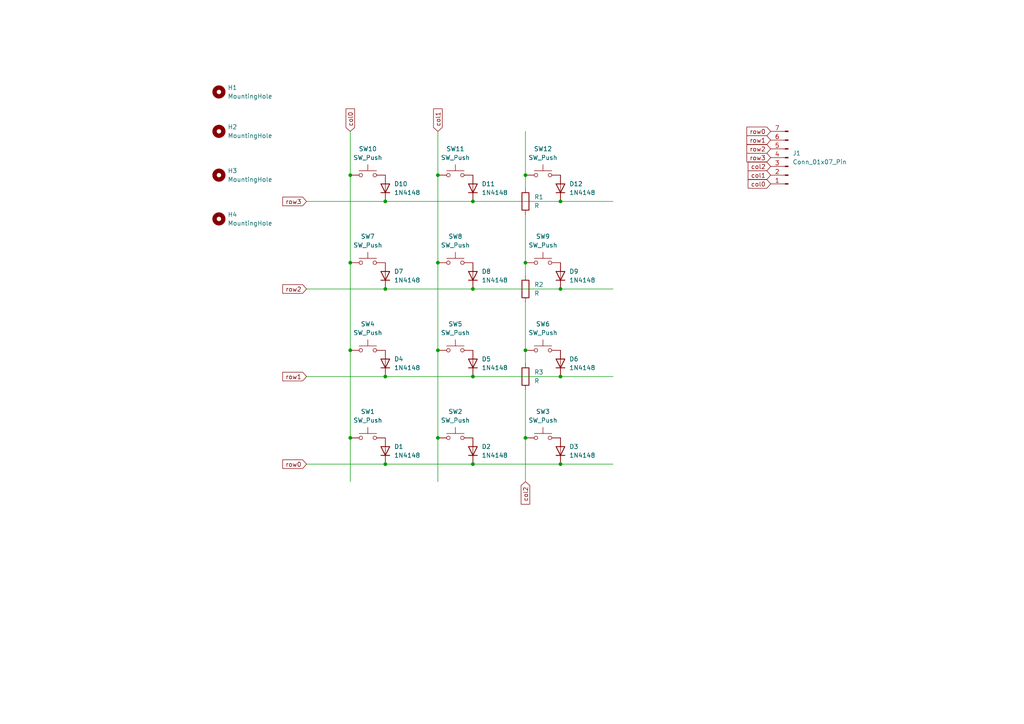
<source format=kicad_sch>
(kicad_sch (version 20250114) (generator "eeschema") (generator_version "9.0")
  (paper "A4")
  (lib_symbols
    (symbol "Connector:Conn_01x07_Pin" (pin_names (offset 1.016) (hide yes))
      (property "Reference" "J" (at 0 10.16 0))
      (property "Value" "Conn_01x07_Pin" (at 0 -10.16 0))
      (symbol "Conn_01x07_Pin_1_1"
        (rectangle (start 0.8636 7.747) (end 0 7.493) (stroke (width 0.1524)) (fill (type outline)))
        (rectangle (start 0.8636 5.207) (end 0 4.953) (stroke (width 0.1524)) (fill (type outline)))
        (rectangle (start 0.8636 2.667) (end 0 2.413) (stroke (width 0.1524)) (fill (type outline)))
        (rectangle (start 0.8636 0.127) (end 0 -0.127) (stroke (width 0.1524)) (fill (type outline)))
        (rectangle (start 0.8636 -2.413) (end 0 -2.667) (stroke (width 0.1524)) (fill (type outline)))
        (rectangle (start 0.8636 -4.953) (end 0 -5.207) (stroke (width 0.1524)) (fill (type outline)))
        (rectangle (start 0.8636 -7.493) (end 0 -7.747) (stroke (width 0.1524)) (fill (type outline)))
        (polyline (pts (xy 1.27 7.62) (xy 0.8636 7.62)) (stroke (width 0.1524)))
        (polyline (pts (xy 1.27 5.08) (xy 0.8636 5.08)) (stroke (width 0.1524)))
        (polyline (pts (xy 1.27 2.54) (xy 0.8636 2.54)) (stroke (width 0.1524)))
        (polyline (pts (xy 1.27 0) (xy 0.8636 0)) (stroke (width 0.1524)))
        (polyline (pts (xy 1.27 -2.54) (xy 0.8636 -2.54)) (stroke (width 0.1524)))
        (polyline (pts (xy 1.27 -5.08) (xy 0.8636 -5.08)) (stroke (width 0.1524)))
        (polyline (pts (xy 1.27 -7.62) (xy 0.8636 -7.62)) (stroke (width 0.1524)))
        (pin passive line (at 5.08 7.62 180) (length 3.81) (name "Pin_1") (number "1"))
        (pin passive line (at 5.08 5.08 180) (length 3.81) (name "Pin_2") (number "2"))
        (pin passive line (at 5.08 2.54 180) (length 3.81) (name "Pin_3") (number "3"))
        (pin passive line (at 5.08 0 180) (length 3.81) (name "Pin_4") (number "4"))
        (pin passive line (at 5.08 -2.54 180) (length 3.81) (name "Pin_5") (number "5"))
        (pin passive line (at 5.08 -5.08 180) (length 3.81) (name "Pin_6") (number "6"))
        (pin passive line (at 5.08 -7.62 180) (length 3.81) (name "Pin_7") (number "7"))
      )
    )
    (symbol "Device:R" (pin_numbers (hide yes)) (pin_names (offset 0))
      (property "Reference" "R" (at 2.032 0 90))
      (property "Value" "R" (at 0 0 90))
      (symbol "R_0_1"
        (rectangle (start -1.016 -2.54) (end 1.016 2.54) (stroke (width 0.254)))
      )
      (symbol "R_1_1"
        (pin passive line (at 0 3.81 270) (length 1.27) (name "~") (number "1"))
        (pin passive line (at 0 -3.81 90) (length 1.27) (name "~") (number "2"))
      )
    )
    (symbol "Diode:1N4148W" (pin_numbers (hide yes)) (pin_names (hide yes))
      (property "Reference" "D" (at 0 2.54 0))
      (property "Value" "1N4148W" (at 0 -2.54 0))
      (symbol "1N4148W_0_1"
        (polyline (pts (xy -1.27 1.27) (xy -1.27 -1.27)) (stroke (width 0.254)))
        (polyline (pts (xy 1.27 1.27) (xy 1.27 -1.27) (xy -1.27 0) (xy 1.27 1.27)) (stroke (width 0.254)))
        (polyline (pts (xy 1.27 0) (xy -1.27 0)))
      )
      (symbol "1N4148W_1_1"
        (pin passive line (at -3.81 0 0) (length 2.54) (name "K") (number "1"))
        (pin passive line (at 3.81 0 180) (length 2.54) (name "A") (number "2"))
      )
    )
    (symbol "Mechanical:MountingHole" (pin_names (offset 1.016)) (in_bom no)
      (property "Reference" "H" (at 0 5.08 0))
      (property "Value" "MountingHole" (at 0 3.175 0))
      (symbol "MountingHole_0_1"
        (circle (center 0 0) (radius 1.27) (stroke (width 1.27)))
      )
    )
    (symbol "Switch:SW_Push" (pin_numbers (hide yes)) (pin_names (offset 1.016) (hide yes))
      (property "Reference" "SW" (at 1.27 2.54 0))
      (property "Value" "SW_Push" (at 0 -1.524 0))
      (symbol "SW_Push_0_1"
        (circle (center -2.032 0) (radius 0.508))
        (polyline (pts (xy 0 1.27) (xy 0 3.048)))
        (circle (center 2.032 0) (radius 0.508))
        (polyline (pts (xy 2.54 1.27) (xy -2.54 1.27)))
        (pin passive line (at -5.08 0 0) (length 2.54) (name "1") (number "1"))
        (pin passive line (at 5.08 0 180) (length 2.54) (name "2") (number "2"))
      )
    )
  )
  (junction (at 111.76 109.22))
  (junction (at 111.76 134.62))
  (junction (at 127 76.2))
  (junction (at 137.16 109.22))
  (junction (at 127 127))
  (junction (at 101.6 127))
  (junction (at 152.4 76.2))
  (junction (at 137.16 58.42))
  (junction (at 162.56 58.42))
  (junction (at 127 50.8))
  (junction (at 162.56 134.62))
  (junction (at 162.56 109.22))
  (junction (at 101.6 50.8))
  (junction (at 152.4 127))
  (junction (at 111.76 83.82))
  (junction (at 111.76 58.42))
  (junction (at 127 101.6))
  (junction (at 162.56 83.82))
  (junction (at 101.6 76.2))
  (junction (at 101.6 101.6))
  (junction (at 152.4 50.8))
  (junction (at 137.16 83.82))
  (junction (at 152.4 101.6))
  (junction (at 137.16 134.62))
  (wire (pts (xy 127 38.1) (xy 127 50.8)))
  (wire (pts (xy 127 50.8) (xy 127 76.2)))
  (wire (pts (xy 152.4 76.2) (xy 152.4 80.01)))
  (wire (pts (xy 152.4 62.23) (xy 152.4 76.2)))
  (wire (pts (xy 152.4 113.03) (xy 152.4 127)))
  (wire (pts (xy 127 101.6) (xy 127 127)))
  (wire (pts (xy 137.16 134.62) (xy 162.56 134.62)))
  (wire (pts (xy 88.9 134.62) (xy 111.76 134.62)))
  (wire (pts (xy 162.56 83.82) (xy 177.8 83.82)))
  (wire (pts (xy 101.6 38.1) (xy 101.6 50.8)))
  (wire (pts (xy 101.6 76.2) (xy 101.6 101.6)))
  (wire (pts (xy 162.56 109.22) (xy 177.8 109.22)))
  (wire (pts (xy 137.16 58.42) (xy 162.56 58.42)))
  (wire (pts (xy 88.9 109.22) (xy 111.76 109.22)))
  (wire (pts (xy 162.56 134.62) (xy 177.8 134.62)))
  (wire (pts (xy 152.4 87.63) (xy 152.4 101.6)))
  (wire (pts (xy 111.76 83.82) (xy 137.16 83.82)))
  (wire (pts (xy 137.16 83.82) (xy 162.56 83.82)))
  (wire (pts (xy 111.76 134.62) (xy 137.16 134.62)))
  (wire (pts (xy 127 127) (xy 127 139.7)))
  (wire (pts (xy 111.76 109.22) (xy 137.16 109.22)))
  (wire (pts (xy 137.16 109.22) (xy 162.56 109.22)))
  (wire (pts (xy 101.6 50.8) (xy 101.6 76.2)))
  (wire (pts (xy 152.4 101.6) (xy 152.4 105.41)))
  (wire (pts (xy 101.6 101.6) (xy 101.6 127)))
  (wire (pts (xy 152.4 127) (xy 152.4 139.7)))
  (wire (pts (xy 88.9 83.82) (xy 111.76 83.82)))
  (wire (pts (xy 162.56 58.42) (xy 177.8 58.42)))
  (wire (pts (xy 152.4 38.1) (xy 152.4 50.8)))
  (wire (pts (xy 101.6 127) (xy 101.6 139.7)))
  (wire (pts (xy 88.9 58.42) (xy 111.76 58.42)))
  (wire (pts (xy 127 76.2) (xy 127 101.6)))
  (wire (pts (xy 111.76 58.42) (xy 137.16 58.42)))
  (wire (pts (xy 152.4 50.8) (xy 152.4 54.61)))
  (global_label "col1" (shape input) (at 223.52 50.8 180) (property "Intersheetrefs" "${INTERSHEET_REFS}" (effects (hide yes))))
  (global_label "row3" (shape input) (at 88.9 58.42 180) (property "Intersheetrefs" "${INTERSHEET_REFS}" (effects (hide yes))))
  (global_label "col2" (shape input) (at 223.52 48.26 180) (property "Intersheetrefs" "${INTERSHEET_REFS}" (effects (hide yes))))
  (global_label "row3" (shape input) (at 223.52 45.72 180) (property "Intersheetrefs" "${INTERSHEET_REFS}" (effects (hide yes))))
  (global_label "row0" (shape input) (at 223.52 38.1 180) (property "Intersheetrefs" "${INTERSHEET_REFS}" (effects (hide yes))))
  (global_label "row0" (shape input) (at 88.9 134.62 180) (property "Intersheetrefs" "${INTERSHEET_REFS}" (effects (hide yes))))
  (global_label "row2" (shape input) (at 88.9 83.82 180) (property "Intersheetrefs" "${INTERSHEET_REFS}" (effects (hide yes))))
  (global_label "row2" (shape input) (at 223.52 43.18 180) (property "Intersheetrefs" "${INTERSHEET_REFS}" (effects (hide yes))))
  (global_label "col2" (shape input) (at 152.4 139.7 270) (property "Intersheetrefs" "${INTERSHEET_REFS}" (effects (hide yes))))
  (global_label "row1" (shape input) (at 88.9 109.22 180) (property "Intersheetrefs" "${INTERSHEET_REFS}" (effects (hide yes))))
  (global_label "row1" (shape input) (at 223.52 40.64 180) (property "Intersheetrefs" "${INTERSHEET_REFS}" (effects (hide yes))))
  (global_label "col1" (shape input) (at 127 38.1 90) (property "Intersheetrefs" "${INTERSHEET_REFS}" (effects (hide yes))))
  (global_label "col0" (shape input) (at 223.52 53.34 180) (property "Intersheetrefs" "${INTERSHEET_REFS}" (effects (hide yes))))
  (global_label "col0" (shape input) (at 101.6 38.1 90) (property "Intersheetrefs" "${INTERSHEET_REFS}" (effects (hide yes))))
  (symbol (lib_id "Switch:SW_Push") (at 106.68 50.8 0) (unit 1)
    (property "Reference" "SW10" (at 106.68 43.18 0))
    (property "Value" "SW_Push" (at 106.68 45.72 0))
    (property "Footprint" "PCM_Switch_Keyboard_Cherry_MX:SW_Cherry_MX_PCB_1.00u" (effects (hide yes)))
    (property "Description" "Push button switch, generic, two pins" (effects (hide yes)))
  )
  (symbol (lib_id "Mechanical:MountingHole") (at 63.5 63.5 0) (unit 1) (in_bom no)
    (property "Reference" "H4" (at 66.04 62.2299 0) (effects (justify left)))
    (property "Value" "MountingHole" (at 66.04 64.7699 0) (effects (justify left)))
    (property "Footprint" "MountingHole:MountingHole_3.2mm_M3" (effects (hide yes)))
    (property "Description" "Mounting Hole without connection" (effects (hide yes)))
  )
  (symbol (lib_id "Device:R") (at 152.4 83.82 0) (unit 1)
    (property "Reference" "R2" (at 154.94 82.5499 0) (effects (justify left)))
    (property "Value" "R" (at 154.94 85.0899 0) (effects (justify left)))
    (property "Footprint" "Resistor_THT:R_Axial_DIN0204_L3.6mm_D1.6mm_P5.08mm_Horizontal" (effects (hide yes)))
    (property "Description" "Resistor" (effects (hide yes)))
  )
  (symbol (lib_id "Device:R") (at 152.4 58.42 0) (unit 1)
    (property "Reference" "R1" (at 154.94 57.1499 0) (effects (justify left)))
    (property "Value" "R" (at 154.94 59.6899 0) (effects (justify left)))
    (property "Footprint" "Resistor_THT:R_Axial_DIN0204_L3.6mm_D1.6mm_P5.08mm_Horizontal" (effects (hide yes)))
    (property "Description" "Resistor" (effects (hide yes)))
  )
  (symbol (lib_id "Switch:SW_Push") (at 106.68 76.2 0) (unit 1)
    (property "Reference" "SW7" (at 106.68 68.58 0))
    (property "Value" "SW_Push" (at 106.68 71.12 0))
    (property "Footprint" "PCM_Switch_Keyboard_Cherry_MX:SW_Cherry_MX_PCB_1.00u" (effects (hide yes)))
    (property "Description" "Push button switch, generic, two pins" (effects (hide yes)))
  )
  (symbol (lib_id "Diode:1N4148W") (at 137.16 105.41 90) (unit 1)
    (property "Reference" "D5" (at 139.7 104.1399 90) (effects (justify right)))
    (property "Value" "1N4148" (at 139.7 106.6799 90) (effects (justify right)))
    (property "Footprint" "Diode_SMD:D_SOD-123" (effects (hide yes)))
    (property "Datasheet" "https://www.vishay.com/docs/85748/1n4148w.pdf" (effects (hide yes)))
    (property "Description" "75V 0.15A Fast Switching Diode, SOD-123" (effects (hide yes)))
    (property "Sim.Device" "D" (effects (hide yes)))
    (property "Sim.Pins" "1=K 2=A" (effects (hide yes)))
  )
  (symbol (lib_id "Mechanical:MountingHole") (at 63.5 50.8 0) (unit 1) (in_bom no)
    (property "Reference" "H3" (at 66.04 49.5299 0) (effects (justify left)))
    (property "Value" "MountingHole" (at 66.04 52.0699 0) (effects (justify left)))
    (property "Footprint" "MountingHole:MountingHole_3.2mm_M3" (effects (hide yes)))
    (property "Description" "Mounting Hole without connection" (effects (hide yes)))
  )
  (symbol (lib_id "Switch:SW_Push") (at 157.48 127 0) (unit 1)
    (property "Reference" "SW3" (at 157.48 119.38 0))
    (property "Value" "SW_Push" (at 157.48 121.92 0))
    (property "Footprint" "PCM_Switch_Keyboard_Cherry_MX:SW_Cherry_MX_PCB_1.00u" (effects (hide yes)))
    (property "Description" "Push button switch, generic, two pins" (effects (hide yes)))
  )
  (symbol (lib_id "Switch:SW_Push") (at 132.08 50.8 0) (unit 1)
    (property "Reference" "SW11" (at 132.08 43.18 0))
    (property "Value" "SW_Push" (at 132.08 45.72 0))
    (property "Footprint" "PCM_Switch_Keyboard_Cherry_MX:SW_Cherry_MX_PCB_1.00u" (effects (hide yes)))
    (property "Description" "Push button switch, generic, two pins" (effects (hide yes)))
  )
  (symbol (lib_id "Switch:SW_Push") (at 157.48 101.6 0) (unit 1)
    (property "Reference" "SW6" (at 157.48 93.98 0))
    (property "Value" "SW_Push" (at 157.48 96.52 0))
    (property "Footprint" "PCM_Switch_Keyboard_Cherry_MX:SW_Cherry_MX_PCB_1.00u" (effects (hide yes)))
    (property "Description" "Push button switch, generic, two pins" (effects (hide yes)))
  )
  (symbol (lib_id "Diode:1N4148W") (at 111.76 54.61 90) (unit 1)
    (property "Reference" "D10" (at 114.3 53.3399 90) (effects (justify right)))
    (property "Value" "1N4148" (at 114.3 55.8799 90) (effects (justify right)))
    (property "Footprint" "Diode_SMD:D_SOD-123" (effects (hide yes)))
    (property "Datasheet" "https://www.vishay.com/docs/85748/1n4148w.pdf" (effects (hide yes)))
    (property "Description" "75V 0.15A Fast Switching Diode, SOD-123" (effects (hide yes)))
    (property "Sim.Device" "D" (effects (hide yes)))
    (property "Sim.Pins" "1=K 2=A" (effects (hide yes)))
  )
  (symbol (lib_id "Switch:SW_Push") (at 132.08 127 0) (unit 1)
    (property "Reference" "SW2" (at 132.08 119.38 0))
    (property "Value" "SW_Push" (at 132.08 121.92 0))
    (property "Footprint" "PCM_Switch_Keyboard_Cherry_MX:SW_Cherry_MX_PCB_1.00u" (effects (hide yes)))
    (property "Description" "Push button switch, generic, two pins" (effects (hide yes)))
  )
  (symbol (lib_id "Diode:1N4148W") (at 137.16 54.61 90) (unit 1)
    (property "Reference" "D11" (at 139.7 53.3399 90) (effects (justify right)))
    (property "Value" "1N4148" (at 139.7 55.8799 90) (effects (justify right)))
    (property "Footprint" "Diode_SMD:D_SOD-123" (effects (hide yes)))
    (property "Datasheet" "https://www.vishay.com/docs/85748/1n4148w.pdf" (effects (hide yes)))
    (property "Description" "75V 0.15A Fast Switching Diode, SOD-123" (effects (hide yes)))
    (property "Sim.Device" "D" (effects (hide yes)))
    (property "Sim.Pins" "1=K 2=A" (effects (hide yes)))
  )
  (symbol (lib_id "Switch:SW_Push") (at 157.48 76.2 0) (unit 1)
    (property "Reference" "SW9" (at 157.48 68.58 0))
    (property "Value" "SW_Push" (at 157.48 71.12 0))
    (property "Footprint" "PCM_Switch_Keyboard_Cherry_MX:SW_Cherry_MX_PCB_1.00u" (effects (hide yes)))
    (property "Description" "Push button switch, generic, two pins" (effects (hide yes)))
  )
  (symbol (lib_id "Switch:SW_Push") (at 132.08 101.6 0) (unit 1)
    (property "Reference" "SW5" (at 132.08 93.98 0))
    (property "Value" "SW_Push" (at 132.08 96.52 0))
    (property "Footprint" "PCM_Switch_Keyboard_Cherry_MX:SW_Cherry_MX_PCB_1.00u" (effects (hide yes)))
    (property "Description" "Push button switch, generic, two pins" (effects (hide yes)))
  )
  (symbol (lib_id "Device:R") (at 152.4 109.22 0) (unit 1)
    (property "Reference" "R3" (at 154.94 107.9499 0) (effects (justify left)))
    (property "Value" "R" (at 154.94 110.4899 0) (effects (justify left)))
    (property "Footprint" "Resistor_THT:R_Axial_DIN0204_L3.6mm_D1.6mm_P5.08mm_Horizontal" (effects (hide yes)))
    (property "Description" "Resistor" (effects (hide yes)))
  )
  (symbol (lib_id "Diode:1N4148W") (at 162.56 80.01 90) (unit 1)
    (property "Reference" "D9" (at 165.1 78.7399 90) (effects (justify right)))
    (property "Value" "1N4148" (at 165.1 81.2799 90) (effects (justify right)))
    (property "Footprint" "Diode_SMD:D_SOD-123" (effects (hide yes)))
    (property "Datasheet" "https://www.vishay.com/docs/85748/1n4148w.pdf" (effects (hide yes)))
    (property "Description" "75V 0.15A Fast Switching Diode, SOD-123" (effects (hide yes)))
    (property "Sim.Device" "D" (effects (hide yes)))
    (property "Sim.Pins" "1=K 2=A" (effects (hide yes)))
  )
  (symbol (lib_id "Switch:SW_Push") (at 132.08 76.2 0) (unit 1)
    (property "Reference" "SW8" (at 132.08 68.58 0))
    (property "Value" "SW_Push" (at 132.08 71.12 0))
    (property "Footprint" "PCM_Switch_Keyboard_Cherry_MX:SW_Cherry_MX_PCB_1.00u" (effects (hide yes)))
    (property "Description" "Push button switch, generic, two pins" (effects (hide yes)))
  )
  (symbol (lib_id "Mechanical:MountingHole") (at 63.5 26.67 0) (unit 1) (in_bom no)
    (property "Reference" "H1" (at 66.04 25.3999 0) (effects (justify left)))
    (property "Value" "MountingHole" (at 66.04 27.9399 0) (effects (justify left)))
    (property "Footprint" "MountingHole:MountingHole_3.2mm_M3" (effects (hide yes)))
    (property "Description" "Mounting Hole without connection" (effects (hide yes)))
  )
  (symbol (lib_id "Diode:1N4148W") (at 111.76 130.81 90) (unit 1)
    (property "Reference" "D1" (at 114.3 129.5399 90) (effects (justify right)))
    (property "Value" "1N4148" (at 114.3 132.0799 90) (effects (justify right)))
    (property "Footprint" "Diode_SMD:D_SOD-123" (effects (hide yes)))
    (property "Datasheet" "https://www.vishay.com/docs/85748/1n4148w.pdf" (effects (hide yes)))
    (property "Description" "75V 0.15A Fast Switching Diode, SOD-123" (effects (hide yes)))
    (property "Sim.Device" "D" (effects (hide yes)))
    (property "Sim.Pins" "1=K 2=A" (effects (hide yes)))
  )
  (symbol (lib_id "Connector:Conn_01x07_Pin") (at 228.6 45.72 180) (unit 1)
    (property "Reference" "J1" (at 229.87 44.4499 0) (effects (justify right)))
    (property "Value" "Conn_01x07_Pin" (at 229.87 46.9899 0) (effects (justify right)))
    (property "Footprint" "Connector_PinHeader_2.54mm:PinHeader_1x07_P2.54mm_Vertical" (effects (hide yes)))
    (property "Description" "Generic connector, single row, 01x07, script generated" (effects (hide yes)))
  )
  (symbol (lib_id "Diode:1N4148W") (at 137.16 130.81 90) (unit 1)
    (property "Reference" "D2" (at 139.7 129.5399 90) (effects (justify right)))
    (property "Value" "1N4148" (at 139.7 132.0799 90) (effects (justify right)))
    (property "Footprint" "Diode_SMD:D_SOD-123" (effects (hide yes)))
    (property "Datasheet" "https://www.vishay.com/docs/85748/1n4148w.pdf" (effects (hide yes)))
    (property "Description" "75V 0.15A Fast Switching Diode, SOD-123" (effects (hide yes)))
    (property "Sim.Device" "D" (effects (hide yes)))
    (property "Sim.Pins" "1=K 2=A" (effects (hide yes)))
  )
  (symbol (lib_id "Mechanical:MountingHole") (at 63.5 38.1 0) (unit 1) (in_bom no)
    (property "Reference" "H2" (at 66.04 36.8299 0) (effects (justify left)))
    (property "Value" "MountingHole" (at 66.04 39.3699 0) (effects (justify left)))
    (property "Footprint" "MountingHole:MountingHole_3.2mm_M3" (effects (hide yes)))
    (property "Description" "Mounting Hole without connection" (effects (hide yes)))
  )
  (symbol (lib_id "Diode:1N4148W") (at 162.56 54.61 90) (unit 1)
    (property "Reference" "D12" (at 165.1 53.3399 90) (effects (justify right)))
    (property "Value" "1N4148" (at 165.1 55.8799 90) (effects (justify right)))
    (property "Footprint" "Diode_SMD:D_SOD-123" (effects (hide yes)))
    (property "Datasheet" "https://www.vishay.com/docs/85748/1n4148w.pdf" (effects (hide yes)))
    (property "Description" "75V 0.15A Fast Switching Diode, SOD-123" (effects (hide yes)))
    (property "Sim.Device" "D" (effects (hide yes)))
    (property "Sim.Pins" "1=K 2=A" (effects (hide yes)))
  )
  (symbol (lib_id "Diode:1N4148W") (at 162.56 105.41 90) (unit 1)
    (property "Reference" "D6" (at 165.1 104.1399 90) (effects (justify right)))
    (property "Value" "1N4148" (at 165.1 106.6799 90) (effects (justify right)))
    (property "Footprint" "Diode_SMD:D_SOD-123" (effects (hide yes)))
    (property "Datasheet" "https://www.vishay.com/docs/85748/1n4148w.pdf" (effects (hide yes)))
    (property "Description" "75V 0.15A Fast Switching Diode, SOD-123" (effects (hide yes)))
    (property "Sim.Device" "D" (effects (hide yes)))
    (property "Sim.Pins" "1=K 2=A" (effects (hide yes)))
  )
  (symbol (lib_id "Diode:1N4148W") (at 137.16 80.01 90) (unit 1)
    (property "Reference" "D8" (at 139.7 78.7399 90) (effects (justify right)))
    (property "Value" "1N4148" (at 139.7 81.2799 90) (effects (justify right)))
    (property "Footprint" "Diode_SMD:D_SOD-123" (effects (hide yes)))
    (property "Datasheet" "https://www.vishay.com/docs/85748/1n4148w.pdf" (effects (hide yes)))
    (property "Description" "75V 0.15A Fast Switching Diode, SOD-123" (effects (hide yes)))
    (property "Sim.Device" "D" (effects (hide yes)))
    (property "Sim.Pins" "1=K 2=A" (effects (hide yes)))
  )
  (symbol (lib_id "Switch:SW_Push") (at 157.48 50.8 0) (unit 1)
    (property "Reference" "SW12" (at 157.48 43.18 0))
    (property "Value" "SW_Push" (at 157.48 45.72 0))
    (property "Footprint" "PCM_Switch_Keyboard_Cherry_MX:SW_Cherry_MX_PCB_1.00u" (effects (hide yes)))
    (property "Description" "Push button switch, generic, two pins" (effects (hide yes)))
  )
  (symbol (lib_id "Diode:1N4148W") (at 162.56 130.81 90) (unit 1)
    (property "Reference" "D3" (at 165.1 129.5399 90) (effects (justify right)))
    (property "Value" "1N4148" (at 165.1 132.0799 90) (effects (justify right)))
    (property "Footprint" "Diode_SMD:D_SOD-123" (effects (hide yes)))
    (property "Datasheet" "https://www.vishay.com/docs/85748/1n4148w.pdf" (effects (hide yes)))
    (property "Description" "75V 0.15A Fast Switching Diode, SOD-123" (effects (hide yes)))
    (property "Sim.Device" "D" (effects (hide yes)))
    (property "Sim.Pins" "1=K 2=A" (effects (hide yes)))
  )
  (symbol (lib_id "Switch:SW_Push") (at 106.68 127 0) (unit 1)
    (property "Reference" "SW1" (at 106.68 119.38 0))
    (property "Value" "SW_Push" (at 106.68 121.92 0))
    (property "Footprint" "PCM_Switch_Keyboard_Cherry_MX:SW_Cherry_MX_PCB_1.00u" (effects (hide yes)))
    (property "Description" "Push button switch, generic, two pins" (effects (hide yes)))
  )
  (symbol (lib_id "Diode:1N4148W") (at 111.76 105.41 90) (unit 1)
    (property "Reference" "D4" (at 114.3 104.1399 90) (effects (justify right)))
    (property "Value" "1N4148" (at 114.3 106.6799 90) (effects (justify right)))
    (property "Footprint" "Diode_SMD:D_SOD-123" (effects (hide yes)))
    (property "Datasheet" "https://www.vishay.com/docs/85748/1n4148w.pdf" (effects (hide yes)))
    (property "Description" "75V 0.15A Fast Switching Diode, SOD-123" (effects (hide yes)))
    (property "Sim.Device" "D" (effects (hide yes)))
    (property "Sim.Pins" "1=K 2=A" (effects (hide yes)))
  )
  (symbol (lib_id "Switch:SW_Push") (at 106.68 101.6 0) (unit 1)
    (property "Reference" "SW4" (at 106.68 93.98 0))
    (property "Value" "SW_Push" (at 106.68 96.52 0))
    (property "Footprint" "PCM_Switch_Keyboard_Cherry_MX:SW_Cherry_MX_PCB_1.00u" (effects (hide yes)))
    (property "Description" "Push button switch, generic, two pins" (effects (hide yes)))
  )
  (symbol (lib_id "Diode:1N4148W") (at 111.76 80.01 90) (unit 1)
    (property "Reference" "D7" (at 114.3 78.7399 90) (effects (justify right)))
    (property "Value" "1N4148" (at 114.3 81.2799 90) (effects (justify right)))
    (property "Footprint" "Diode_SMD:D_SOD-123" (effects (hide yes)))
    (property "Datasheet" "https://www.vishay.com/docs/85748/1n4148w.pdf" (effects (hide yes)))
    (property "Description" "75V 0.15A Fast Switching Diode, SOD-123" (effects (hide yes)))
    (property "Sim.Device" "D" (effects (hide yes)))
    (property "Sim.Pins" "1=K 2=A" (effects (hide yes)))
  )
)
</source>
